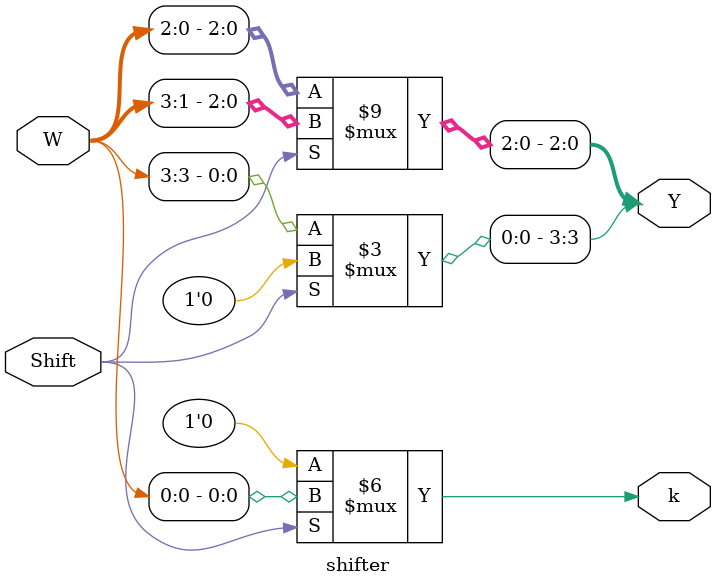
<source format=v>
module shifter (W, Shift, Y , k);
	input [3:0] W;
	input Shift;
	output reg [3:0] Y;
	output reg k;
	
	always @(W, Shift)
	begin
		if (Shift)
		begin
			Y[3] = 0;
			Y[2:0] = W[3:1];
			k = W[0];
		end
		else
		begin
			Y = W;
			k = 0;
		end
	end

endmodule


</source>
